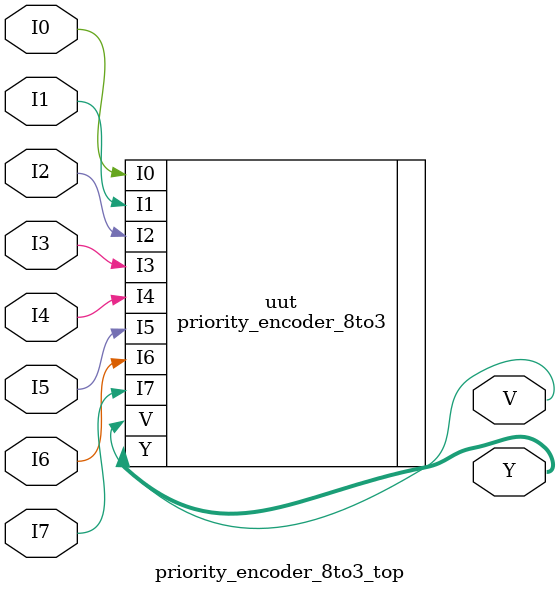
<source format=v>
`timescale 1ns / 1ps

module priority_encoder_8to3_top(
    input I0, I1, I2, I3, I4, I5, I6, I7,
    output [2:0] Y,
    output V
    );

    // Instantiate the main encoder
    priority_encoder_8to3 uut (
        .I0(I0), .I1(I1), .I2(I2), .I3(I3),
        .I4(I4), .I5(I5), .I6(I6), .I7(I7),
        .Y(Y), .V(V)
    );

endmodule

</source>
